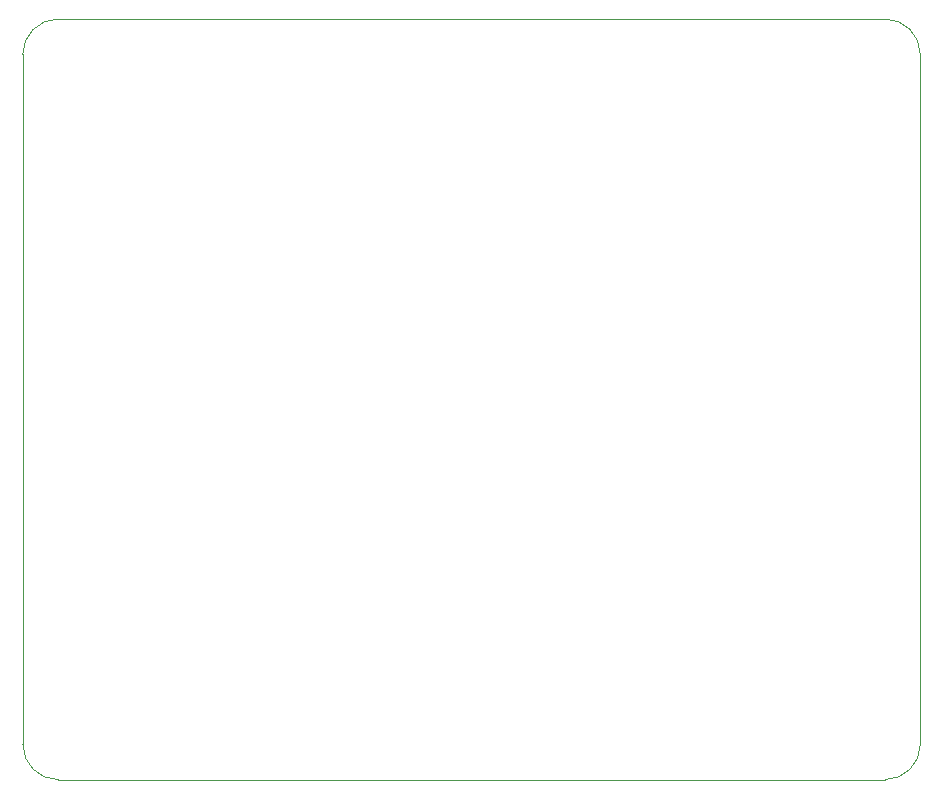
<source format=gbr>
%TF.GenerationSoftware,KiCad,Pcbnew,5.1.6~rc1+dfsg1-1+b1*%
%TF.CreationDate,2020-05-12T21:29:27-07:00*%
%TF.ProjectId,target_board,74617267-6574-45f6-926f-6172642e6b69,rev?*%
%TF.SameCoordinates,Original*%
%TF.FileFunction,Profile,NP*%
%FSLAX46Y46*%
G04 Gerber Fmt 4.6, Leading zero omitted, Abs format (unit mm)*
G04 Created by KiCad (PCBNEW 5.1.6~rc1+dfsg1-1+b1) date 2020-05-12 21:29:27*
%MOMM*%
%LPD*%
G01*
G04 APERTURE LIST*
%TA.AperFunction,Profile*%
%ADD10C,0.050000*%
%TD*%
G04 APERTURE END LIST*
D10*
X28500000Y-98400000D02*
X28500000Y-40000000D01*
X31500000Y-101400000D02*
G75*
G02*
X28500000Y-98400000I0J3000000D01*
G01*
X101500000Y-101400000D02*
X31500000Y-101400000D01*
X104500000Y-40000000D02*
X104500000Y-98400000D01*
X104500000Y-98400000D02*
G75*
G02*
X101500000Y-101400000I-3000000J0D01*
G01*
X101500000Y-37000000D02*
G75*
G02*
X104500000Y-40000000I0J-3000000D01*
G01*
X28500000Y-40000000D02*
G75*
G02*
X31500000Y-37000000I3000000J0D01*
G01*
X31500000Y-37000000D02*
X101500000Y-37000000D01*
M02*

</source>
